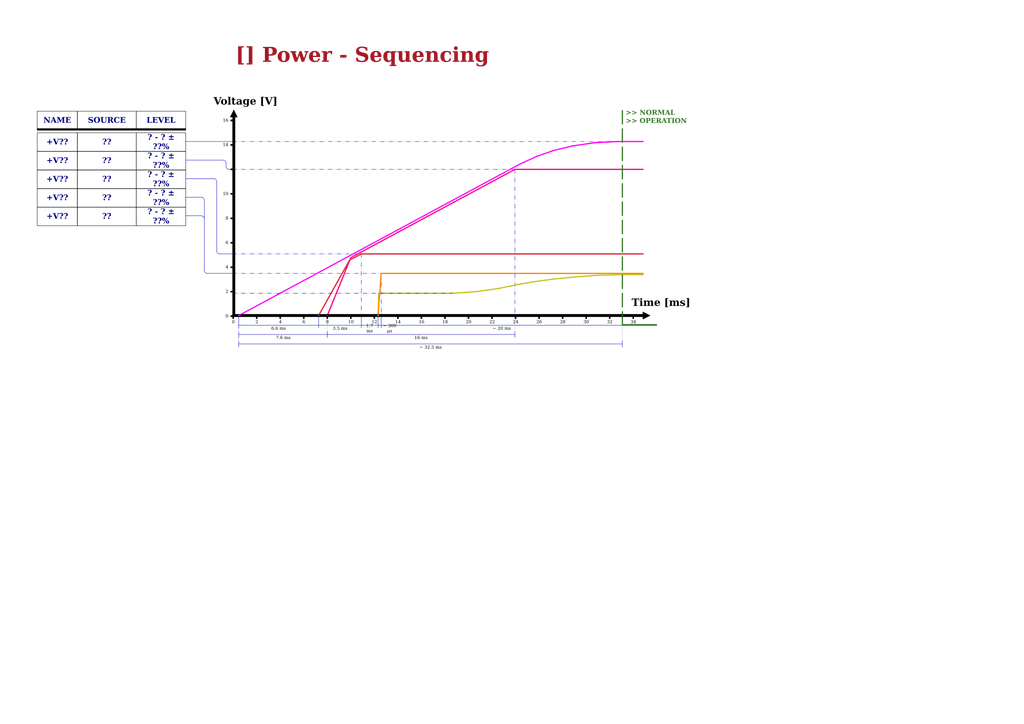
<source format=kicad_sch>
(kicad_sch
	(version 20250114)
	(generator "eeschema")
	(generator_version "9.0")
	(uuid "26e99a33-043b-499d-a26e-816ff79b487a")
	(paper "A3")
	(title_block
		(title "Power - Sequencing")
		(date "2025-01-12")
		(rev "${REVISION}")
		(company "${COMPANY}")
	)
	(lib_symbols)
	(rectangle
		(start 94.615 119.38)
		(end 96.139 119.888)
		(stroke
			(width 0)
			(type default)
			(color 0 0 0 1)
		)
		(fill
			(type color)
			(color 0 0 0 1)
		)
		(uuid 01c9fd1d-d2cd-474e-a2f2-7336d2eb5438)
	)
	(rectangle
		(start 114.681 129.159)
		(end 115.189 130.683)
		(stroke
			(width 0)
			(type default)
			(color 0 0 0 1)
		)
		(fill
			(type color)
			(color 0 0 0 1)
		)
		(uuid 085660ca-3a67-46bf-85b0-bb74abf891e3)
	)
	(rectangle
		(start 191.897 129.159)
		(end 192.405 130.683)
		(stroke
			(width 0)
			(type default)
			(color 0 0 0 1)
		)
		(fill
			(type color)
			(color 0 0 0 1)
		)
		(uuid 09774e91-f9d0-4db9-9e0f-815490f4898d)
	)
	(arc
		(start 82.55 80.897)
		(mid 83.4487 81.2689)
		(end 83.82 82.167)
		(stroke
			(width 0)
			(type default)
		)
		(fill
			(type none)
		)
		(uuid 0c0f9f41-f41f-4d24-90e5-831fa1470dea)
	)
	(rectangle
		(start 249.809 129.159)
		(end 250.317 130.683)
		(stroke
			(width 0)
			(type default)
			(color 0 0 0 1)
		)
		(fill
			(type color)
			(color 0 0 0 1)
		)
		(uuid 1c1e908e-05f8-44d9-8561-32d60503f5fa)
	)
	(rectangle
		(start 220.853 129.159)
		(end 221.361 130.683)
		(stroke
			(width 0)
			(type default)
			(color 0 0 0 1)
		)
		(fill
			(type color)
			(color 0 0 0 1)
		)
		(uuid 205e879f-c514-4b78-8bf1-d45ed4980894)
	)
	(rectangle
		(start 94.615 79.248)
		(end 96.139 79.756)
		(stroke
			(width 0)
			(type default)
			(color 0 0 0 1)
		)
		(fill
			(type color)
			(color 0 0 0 1)
		)
		(uuid 23111c0a-8311-4e0b-b6b5-bb05b9cd3eab)
	)
	(rectangle
		(start 201.549 129.159)
		(end 202.057 130.683)
		(stroke
			(width 0)
			(type default)
			(color 0 0 0 1)
		)
		(fill
			(type color)
			(color 0 0 0 1)
		)
		(uuid 3b7d974c-37a0-442f-9733-47c591f05f53)
	)
	(arc
		(start 91.44 65.659)
		(mid 92.338 66.031)
		(end 92.71 66.929)
		(stroke
			(width 0)
			(type default)
		)
		(fill
			(type none)
		)
		(uuid 3c5d6acd-d97b-4c05-80b5-9742f3e3b5f0)
	)
	(rectangle
		(start 95.377 129.159)
		(end 95.885 130.683)
		(stroke
			(width 0)
			(type default)
			(color 0 0 0 1)
		)
		(fill
			(type color)
			(color 0 0 0 1)
		)
		(uuid 3dd077b4-ca8f-47c2-bee1-2e3802083be7)
	)
	(rectangle
		(start 133.985 129.159)
		(end 134.493 130.683)
		(stroke
			(width 0)
			(type default)
			(color 0 0 0 1)
		)
		(fill
			(type color)
			(color 0 0 0 1)
		)
		(uuid 3e62ef00-0c8e-41fa-b2f3-08de867fa54f)
	)
	(rectangle
		(start 94.615 69.215)
		(end 96.139 69.723)
		(stroke
			(width 0)
			(type default)
			(color 0 0 0 1)
		)
		(fill
			(type color)
			(color 0 0 0 1)
		)
		(uuid 421293c6-3cf3-494b-b1c5-7fc458134e79)
	)
	(rectangle
		(start 15.24 52.705)
		(end 76.2 53.467)
		(stroke
			(width 0)
			(type default)
			(color 0 0 0 1)
		)
		(fill
			(type color)
			(color 0 0 0 1)
		)
		(uuid 42271fe1-5842-414e-a310-4925dcee0008)
	)
	(rectangle
		(start 94.615 89.281)
		(end 96.139 89.789)
		(stroke
			(width 0)
			(type default)
			(color 0 0 0 1)
		)
		(fill
			(type color)
			(color 0 0 0 1)
		)
		(uuid 469c46ff-b6e8-4790-b52f-1ed9a2bdd1f8)
	)
	(rectangle
		(start 162.941 129.159)
		(end 163.449 130.683)
		(stroke
			(width 0)
			(type default)
			(color 0 0 0 1)
		)
		(fill
			(type color)
			(color 0 0 0 1)
		)
		(uuid 56c4474d-0301-4408-974f-0518f1baa953)
	)
	(rectangle
		(start 143.637 129.159)
		(end 144.145 130.683)
		(stroke
			(width 0)
			(type default)
			(color 0 0 0 1)
		)
		(fill
			(type color)
			(color 0 0 0 1)
		)
		(uuid 5eee5b1a-6c26-4234-8466-170b3f779aa3)
	)
	(rectangle
		(start 95.377 128.905)
		(end 263.779 129.921)
		(stroke
			(width 0)
			(type default)
			(color 0 0 0 1)
		)
		(fill
			(type color)
			(color 0 0 0 1)
		)
		(uuid 6d8a1105-6737-4a0b-9f5f-040b945eed17)
	)
	(arc
		(start 90.17 104.141)
		(mid 89.2716 103.7691)
		(end 88.9 102.871)
		(stroke
			(width 0)
			(type default)
		)
		(fill
			(type none)
		)
		(uuid 7b2230f0-ce99-43e9-84a4-a791101d7b85)
	)
	(rectangle
		(start 94.615 99.314)
		(end 96.139 99.822)
		(stroke
			(width 0)
			(type default)
			(color 0 0 0 1)
		)
		(fill
			(type color)
			(color 0 0 0 1)
		)
		(uuid 7f8be5cb-90a9-46c5-97db-3d1d78b2f341)
	)
	(rectangle
		(start 94.615 109.347)
		(end 96.139 109.855)
		(stroke
			(width 0)
			(type default)
			(color 0 0 0 1)
		)
		(fill
			(type color)
			(color 0 0 0 1)
		)
		(uuid 7fdcc2de-fa58-4066-9ff8-f7d6046e1167)
	)
	(rectangle
		(start 259.461 129.159)
		(end 259.969 130.683)
		(stroke
			(width 0)
			(type default)
			(color 0 0 0 1)
		)
		(fill
			(type color)
			(color 0 0 0 1)
		)
		(uuid 842b39c1-4ee6-4238-8b46-e785731d06f1)
	)
	(rectangle
		(start 105.029 129.159)
		(end 105.537 130.683)
		(stroke
			(width 0)
			(type default)
			(color 0 0 0 1)
		)
		(fill
			(type color)
			(color 0 0 0 1)
		)
		(uuid 960a89ab-5167-4e3c-95c8-b3e891644096)
	)
	(rectangle
		(start 240.157 129.159)
		(end 240.665 130.683)
		(stroke
			(width 0)
			(type default)
			(color 0 0 0 1)
		)
		(fill
			(type color)
			(color 0 0 0 1)
		)
		(uuid 96e56ef9-debd-4418-8330-7dca10cdbbe7)
	)
	(rectangle
		(start 95.377 47.371)
		(end 96.393 129.921)
		(stroke
			(width 0)
			(type default)
			(color 0 0 0 1)
		)
		(fill
			(type color)
			(color 0 0 0 1)
		)
		(uuid 996b6b38-3a4b-457c-8281-2dd4304c7e91)
	)
	(arc
		(start 82.55 88.516)
		(mid 83.4491 88.8878)
		(end 83.82 89.786)
		(stroke
			(width 0)
			(type default)
		)
		(fill
			(type none)
		)
		(uuid 9ad9af7d-f870-4f4d-b863-a3cb88d12708)
	)
	(rectangle
		(start 211.201 129.159)
		(end 211.709 130.683)
		(stroke
			(width 0)
			(type default)
			(color 0 0 0 1)
		)
		(fill
			(type color)
			(color 0 0 0 1)
		)
		(uuid 9bd636ad-96b2-4037-90f6-ad48772c0413)
	)
	(rectangle
		(start 230.505 129.159)
		(end 231.013 130.683)
		(stroke
			(width 0)
			(type default)
			(color 0 0 0 1)
		)
		(fill
			(type color)
			(color 0 0 0 1)
		)
		(uuid ab3483ad-9beb-416f-a41c-b3b1b7dc1850)
	)
	(rectangle
		(start 94.615 49.149)
		(end 96.139 49.657)
		(stroke
			(width 0)
			(type default)
			(color 0 0 0 1)
		)
		(fill
			(type color)
			(color 0 0 0 1)
		)
		(uuid b0c9fcec-fe45-4575-885f-193ce09a72d8)
	)
	(rectangle
		(start 172.593 129.159)
		(end 173.101 130.683)
		(stroke
			(width 0)
			(type default)
			(color 0 0 0 1)
		)
		(fill
			(type color)
			(color 0 0 0 1)
		)
		(uuid bacf2a60-ebce-4900-a491-53d1d841d529)
	)
	(rectangle
		(start 124.333 129.159)
		(end 124.841 130.683)
		(stroke
			(width 0)
			(type default)
			(color 0 0 0 1)
		)
		(fill
			(type color)
			(color 0 0 0 1)
		)
		(uuid c0e4d47a-808d-44d6-ac4a-0f050619e78d)
	)
	(arc
		(start 93.98 69.47)
		(mid 93.0816 69.0981)
		(end 92.71 68.2)
		(stroke
			(width 0)
			(type default)
		)
		(fill
			(type none)
		)
		(uuid c23b0f3d-e1fb-4eb1-9484-38fb02d60c76)
	)
	(rectangle
		(start 255.27 133.0198)
		(end 269.367 133.5278)
		(stroke
			(width 0)
			(type default)
			(color 53 123 38 1)
		)
		(fill
			(type color)
			(color 53 123 38 1)
		)
		(uuid cd333f61-3a84-425e-9405-6c9441d11e74)
	)
	(arc
		(start 87.63 73.278)
		(mid 88.5284 73.6499)
		(end 88.9 74.548)
		(stroke
			(width 0)
			(type default)
		)
		(fill
			(type none)
		)
		(uuid d7c738e5-3058-4b9a-a958-4d502446d8e3)
	)
	(rectangle
		(start 94.615 59.182)
		(end 96.139 59.69)
		(stroke
			(width 0)
			(type default)
			(color 0 0 0 1)
		)
		(fill
			(type color)
			(color 0 0 0 1)
		)
		(uuid d880b30a-ae22-4b99-94cc-3cc9c533e8e9)
	)
	(rectangle
		(start 182.245 129.159)
		(end 182.753 130.683)
		(stroke
			(width 0)
			(type default)
			(color 0 0 0 1)
		)
		(fill
			(type color)
			(color 0 0 0 1)
		)
		(uuid f32b3655-beae-4c32-8ac8-4acf2e080e86)
	)
	(rectangle
		(start 153.289 129.159)
		(end 153.797 130.683)
		(stroke
			(width 0)
			(type default)
			(color 0 0 0 1)
		)
		(fill
			(type color)
			(color 0 0 0 1)
		)
		(uuid f8dd6608-6fed-4399-a2fa-9a4460646543)
	)
	(arc
		(start 85.09 112.144)
		(mid 84.1909 111.7722)
		(end 83.82 110.874)
		(stroke
			(width 0)
			(type default)
		)
		(fill
			(type none)
		)
		(uuid fa9c855a-c6c8-4a57-823f-c3bb6c2a3ab3)
	)
	(rectangle
		(start 94.615 129.413)
		(end 96.139 129.921)
		(stroke
			(width 0)
			(type default)
			(color 0 0 0 1)
		)
		(fill
			(type color)
			(color 0 0 0 1)
		)
		(uuid fbce5f74-e6dc-4caf-95b1-d2e389cbff45)
	)
	(text "Voltage [V]"
		(exclude_from_sim no)
		(at 87.6046 44.4246 0)
		(effects
			(font
				(face "Times New Roman")
				(size 3 3)
				(thickness 0.4)
				(bold yes)
				(color 0 0 0 1)
			)
			(justify left bottom)
		)
		(uuid "175b8f18-81ff-4b8b-bacc-429ebcefd377")
	)
	(text ">> NORMAL \n>> OPERATION"
		(exclude_from_sim no)
		(at 256.667 51.562 0)
		(effects
			(font
				(face "Times New Roman")
				(size 2 2)
				(thickness 0.4)
				(bold yes)
				(color 53 123 38 1)
			)
			(justify left bottom)
		)
		(uuid "b29326be-65a3-4fc5-9d14-850aa59ca2a1")
	)
	(text "Time [ms]"
		(exclude_from_sim no)
		(at 259.08 127 0)
		(effects
			(font
				(face "Times New Roman")
				(size 3 3)
				(thickness 0.4)
				(bold yes)
				(color 0 0 0 1)
			)
			(justify left bottom)
		)
		(uuid "be8ac8d4-7137-494d-bff2-23ac58b6a9ef")
	)
	(text_box "3.5 ms"
		(exclude_from_sim no)
		(at 130.6576 133.4516 0)
		(size 17.653 2.54)
		(margins 0.9524 0.9524 0.9524 0.9524)
		(stroke
			(width -0.0001)
			(type default)
		)
		(fill
			(type none)
		)
		(effects
			(font
				(face "Times New Roman")
				(size 1.27 1.27)
				(color 0 0 0 1)
			)
		)
		(uuid "057279ac-9604-4990-8e26-7bec51ceaf06")
	)
	(text_box "18"
		(exclude_from_sim no)
		(at 180.8226 130.7846 0)
		(size 3.429 2.54)
		(margins 0.9524 0.9524 0.9524 0.9524)
		(stroke
			(width -0.0001)
			(type default)
		)
		(fill
			(type none)
		)
		(effects
			(font
				(face "Times New Roman")
				(size 1.27 1.27)
				(color 0 0 0 1)
			)
		)
		(uuid "08241509-e60b-45e1-b1ab-84f794ba668b")
	)
	(text_box "24"
		(exclude_from_sim no)
		(at 209.7786 130.7846 0)
		(size 3.429 2.54)
		(margins 0.9524 0.9524 0.9524 0.9524)
		(stroke
			(width -0.0001)
			(type default)
		)
		(fill
			(type none)
		)
		(effects
			(font
				(face "Times New Roman")
				(size 1.27 1.27)
				(color 0 0 0 1)
			)
		)
		(uuid "09ad8a29-0526-43a2-bbd5-b6f200d8097b")
	)
	(text_box "8"
		(exclude_from_sim no)
		(at 132.5626 130.7846 0)
		(size 3.429 2.54)
		(margins 0.9524 0.9524 0.9524 0.9524)
		(stroke
			(width -0.0001)
			(type default)
		)
		(fill
			(type none)
		)
		(effects
			(font
				(face "Times New Roman")
				(size 1.27 1.27)
				(color 0 0 0 1)
			)
		)
		(uuid "0de4d20a-cc42-420d-81c0-b6c33e089acb")
	)
	(text_box "7.6 ms"
		(exclude_from_sim no)
		(at 98.0186 137.2616 0)
		(size 36.322 2.54)
		(margins 0.9524 0.9524 0.9524 0.9524)
		(stroke
			(width -0.0001)
			(type default)
		)
		(fill
			(type none)
		)
		(effects
			(font
				(face "Times New Roman")
				(size 1.27 1.27)
				(color 0 0 0 1)
			)
		)
		(uuid "1013f434-6a63-4228-8d39-5e75ca888b6f")
	)
	(text_box "? - ? ± ??%"
		(exclude_from_sim no)
		(at 55.88 84.963 0)
		(size 20.32 7.62)
		(margins 1.7145 1.7145 1.7145 1.7145)
		(stroke
			(width 0)
			(type default)
			(color 0 0 0 1)
		)
		(fill
			(type none)
		)
		(effects
			(font
				(face "Times New Roman")
				(size 2.286 2.286)
				(bold yes)
				(color 0 0 127 1)
			)
		)
		(uuid "168bea25-5ecd-4637-ad4e-9c2d6a44d991")
	)
	(text_box "16"
		(exclude_from_sim no)
		(at 87.757 48.133 0)
		(size 6.858 2.54)
		(margins 0.9524 0.9524 0.9524 0.9524)
		(stroke
			(width -0.0001)
			(type default)
		)
		(fill
			(type none)
		)
		(effects
			(font
				(face "Times New Roman")
				(size 1.27 1.27)
				(color 0 0 0 1)
			)
			(justify right)
		)
		(uuid "1acc95ba-1aa1-4082-b81d-95c58a7a5af8")
	)
	(text_box "28"
		(exclude_from_sim no)
		(at 229.0826 130.7846 0)
		(size 3.429 2.54)
		(margins 0.9524 0.9524 0.9524 0.9524)
		(stroke
			(width -0.0001)
			(type default)
		)
		(fill
			(type none)
		)
		(effects
			(font
				(face "Times New Roman")
				(size 1.27 1.27)
				(color 0 0 0 1)
			)
		)
		(uuid "1b5838a0-a4ae-4fb3-ae92-0f87f906c2fd")
	)
	(text_box "~ 300 μs"
		(exclude_from_sim no)
		(at 154.9146 133.4516 0)
		(size 9.779 2.54)
		(margins 0.9524 0.9524 0.9524 0.9524)
		(stroke
			(width -0.0001)
			(type default)
		)
		(fill
			(type none)
		)
		(effects
			(font
				(face "Times New Roman")
				(size 1.27 1.27)
				(color 0 0 0 1)
			)
		)
		(uuid "20bbe4a3-b3be-4f55-b2bf-0186c6f41602")
	)
	(text_box "10"
		(exclude_from_sim no)
		(at 142.2146 130.7846 0)
		(size 3.429 2.54)
		(margins 0.9524 0.9524 0.9524 0.9524)
		(stroke
			(width -0.0001)
			(type default)
		)
		(fill
			(type none)
		)
		(effects
			(font
				(face "Times New Roman")
				(size 1.27 1.27)
				(color 0 0 0 1)
			)
		)
		(uuid "233b215e-473b-40c1-8a9f-d71a58a647c1")
	)
	(text_box "1.7 ms"
		(exclude_from_sim no)
		(at 148.1836 133.4516 0)
		(size 6.858 2.54)
		(margins 0.9524 0.9524 0.9524 0.9524)
		(stroke
			(width -0.0001)
			(type default)
		)
		(fill
			(type none)
		)
		(effects
			(font
				(face "Times New Roman")
				(size 1.27 1.27)
				(color 0 0 0 1)
			)
		)
		(uuid "26c95559-cfb5-4481-9360-985eb89e9388")
	)
	(text_box "16 ms"
		(exclude_from_sim no)
		(at 134.2136 137.2616 0)
		(size 76.962 2.54)
		(margins 0.9524 0.9524 0.9524 0.9524)
		(stroke
			(width -0.0001)
			(type default)
		)
		(fill
			(type none)
		)
		(effects
			(font
				(face "Times New Roman")
				(size 1.27 1.27)
				(color 0 0 0 1)
			)
		)
		(uuid "288b5377-4e86-405e-bd20-a9e364c04dba")
	)
	(text_box "+V??"
		(exclude_from_sim no)
		(at 15.24 62.103 0)
		(size 16.51 7.62)
		(margins 1.7145 1.7145 1.7145 1.7145)
		(stroke
			(width 0)
			(type default)
			(color 0 0 0 1)
		)
		(fill
			(type none)
		)
		(effects
			(font
				(face "Times New Roman")
				(size 2.286 2.286)
				(bold yes)
				(color 0 0 127 1)
			)
		)
		(uuid "2d5ddbed-d046-46bd-afde-e8972921e7be")
	)
	(text_box "20"
		(exclude_from_sim no)
		(at 190.4746 130.7846 0)
		(size 3.429 2.54)
		(margins 0.9524 0.9524 0.9524 0.9524)
		(stroke
			(width -0.0001)
			(type default)
		)
		(fill
			(type none)
		)
		(effects
			(font
				(face "Times New Roman")
				(size 1.27 1.27)
				(color 0 0 0 1)
			)
		)
		(uuid "2e2baf2b-607e-438c-8d19-d89e05695d71")
	)
	(text_box "4"
		(exclude_from_sim no)
		(at 87.7316 108.3056 0)
		(size 6.858 2.54)
		(margins 0.9524 0.9524 0.9524 0.9524)
		(stroke
			(width -0.0001)
			(type default)
		)
		(fill
			(type none)
		)
		(effects
			(font
				(face "Times New Roman")
				(size 1.27 1.27)
				(color 0 0 0 1)
			)
			(justify right)
		)
		(uuid "3010b19b-c99d-4b77-bf14-7f71b9f36a3e")
	)
	(text_box "??"
		(exclude_from_sim no)
		(at 31.75 84.963 0)
		(size 24.13 7.62)
		(margins 1.7145 1.7145 1.7145 1.7145)
		(stroke
			(width 0)
			(type default)
			(color 0 0 0 1)
		)
		(fill
			(type none)
		)
		(effects
			(font
				(face "Times New Roman")
				(size 2.286 2.286)
				(bold yes)
				(color 0 0 127 1)
			)
		)
		(uuid "34a00741-5aa3-425e-8d2f-36fe2780fcc3")
	)
	(text_box "??"
		(exclude_from_sim no)
		(at 31.75 62.103 0)
		(size 24.13 7.62)
		(margins 1.7145 1.7145 1.7145 1.7145)
		(stroke
			(width 0)
			(type default)
			(color 0 0 0 1)
		)
		(fill
			(type none)
		)
		(effects
			(font
				(face "Times New Roman")
				(size 2.286 2.286)
				(bold yes)
				(color 0 0 127 1)
			)
		)
		(uuid "362b01b6-9828-4b98-a400-4a3f9ece633a")
	)
	(text_box "32"
		(exclude_from_sim no)
		(at 248.3866 130.7846 0)
		(size 3.429 2.54)
		(margins 0.9524 0.9524 0.9524 0.9524)
		(stroke
			(width -0.0001)
			(type default)
		)
		(fill
			(type none)
		)
		(effects
			(font
				(face "Times New Roman")
				(size 1.27 1.27)
				(color 0 0 0 1)
			)
		)
		(uuid "3ab2035b-94f9-4133-b63d-2dbd7b4e6e49")
	)
	(text_box "LEVEL"
		(exclude_from_sim no)
		(at 55.88 45.593 0)
		(size 20.32 7.62)
		(margins 1.7145 1.7145 1.7145 1.7145)
		(stroke
			(width 0)
			(type default)
			(color 0 0 0 1)
		)
		(fill
			(type none)
		)
		(effects
			(font
				(face "Times New Roman")
				(size 2.286 2.286)
				(bold yes)
				(color 0 0 127 1)
			)
		)
		(uuid "3cd39124-5460-432f-a6e2-6e3d0cfdc884")
	)
	(text_box "NAME"
		(exclude_from_sim no)
		(at 15.24 45.593 0)
		(size 16.51 7.62)
		(margins 1.7145 1.7145 1.7145 1.7145)
		(stroke
			(width 0)
			(type default)
			(color 0 0 0 1)
		)
		(fill
			(type none)
		)
		(effects
			(font
				(face "Times New Roman")
				(size 2.286 2.286)
				(bold yes)
				(color 0 0 127 1)
			)
		)
		(uuid "45440644-b7a1-4eca-8e5e-a9c7c9e4e343")
	)
	(text_box "6"
		(exclude_from_sim no)
		(at 122.9106 130.7846 0)
		(size 3.429 2.54)
		(margins 0.9524 0.9524 0.9524 0.9524)
		(stroke
			(width -0.0001)
			(type default)
		)
		(fill
			(type none)
		)
		(effects
			(font
				(face "Times New Roman")
				(size 1.27 1.27)
				(color 0 0 0 1)
			)
		)
		(uuid "52a74200-5717-4af9-b5e4-1d404429f3c6")
	)
	(text_box "+V??"
		(exclude_from_sim no)
		(at 15.24 77.343 0)
		(size 16.51 7.62)
		(margins 1.7145 1.7145 1.7145 1.7145)
		(stroke
			(width 0)
			(type default)
			(color 0 0 0 1)
		)
		(fill
			(type none)
		)
		(effects
			(font
				(face "Times New Roman")
				(size 2.286 2.286)
				(bold yes)
				(color 0 0 127 1)
			)
		)
		(uuid "534d6816-56cd-46a1-b732-3f07b130a1e6")
	)
	(text_box "~ 20 ms"
		(exclude_from_sim no)
		(at 156.3116 133.4516 0)
		(size 98.933 2.54)
		(margins 0.9524 0.9524 0.9524 0.9524)
		(stroke
			(width -0.0001)
			(type default)
		)
		(fill
			(type none)
		)
		(effects
			(font
				(face "Times New Roman")
				(size 1.27 1.27)
				(color 0 0 0 1)
			)
		)
		(uuid "53d1cf93-77bb-4e07-8e05-b99e1e701b70")
	)
	(text_box "SOURCE"
		(exclude_from_sim no)
		(at 31.75 45.593 0)
		(size 24.13 7.62)
		(margins 1.7145 1.7145 1.7145 1.7145)
		(stroke
			(width 0)
			(type default)
			(color 0 0 0 1)
		)
		(fill
			(type none)
		)
		(effects
			(font
				(face "Times New Roman")
				(size 2.286 2.286)
				(bold yes)
				(color 0 0 127 1)
			)
		)
		(uuid "5615c045-76fe-436f-b1ee-f5af0d2c63c0")
	)
	(text_box "4"
		(exclude_from_sim no)
		(at 113.2586 130.7846 0)
		(size 3.429 2.54)
		(margins 0.9524 0.9524 0.9524 0.9524)
		(stroke
			(width -0.0001)
			(type default)
		)
		(fill
			(type none)
		)
		(effects
			(font
				(face "Times New Roman")
				(size 1.27 1.27)
				(color 0 0 0 1)
			)
		)
		(uuid "5caf4e82-2927-400a-acd0-821d25796651")
	)
	(text_box "8"
		(exclude_from_sim no)
		(at 87.7316 88.2396 0)
		(size 6.858 2.54)
		(margins 0.9524 0.9524 0.9524 0.9524)
		(stroke
			(width -0.0001)
			(type default)
		)
		(fill
			(type none)
		)
		(effects
			(font
				(face "Times New Roman")
				(size 1.27 1.27)
				(color 0 0 0 1)
			)
			(justify right)
		)
		(uuid "6505df1b-9fde-4bbe-a672-be1b9857afa1")
	)
	(text_box "26"
		(exclude_from_sim no)
		(at 219.4306 130.7846 0)
		(size 3.429 2.54)
		(margins 0.9524 0.9524 0.9524 0.9524)
		(stroke
			(width -0.0001)
			(type default)
		)
		(fill
			(type none)
		)
		(effects
			(font
				(face "Times New Roman")
				(size 1.27 1.27)
				(color 0 0 0 1)
			)
		)
		(uuid "66adcae9-49e5-4fb7-a5be-2d5aa2aa227e")
	)
	(text_box "2"
		(exclude_from_sim no)
		(at 103.6066 130.7846 0)
		(size 3.429 2.54)
		(margins 0.9524 0.9524 0.9524 0.9524)
		(stroke
			(width -0.0001)
			(type default)
		)
		(fill
			(type none)
		)
		(effects
			(font
				(face "Times New Roman")
				(size 1.27 1.27)
				(color 0 0 0 1)
			)
		)
		(uuid "67b43e82-5cc6-4c5f-857a-bae126f94920")
	)
	(text_box "▲"
		(exclude_from_sim no)
		(at 94.615 45.085 0)
		(size 2.54 2.54)
		(margins 2.2499 2.2499 2.2499 2.2499)
		(stroke
			(width -0.0001)
			(type default)
		)
		(fill
			(type none)
		)
		(effects
			(font
				(face "Times New Roman")
				(size 3 3)
				(color 0 0 0 1)
			)
		)
		(uuid "69d7b4c2-c118-4b95-bd3b-473104ff316a")
	)
	(text_box "+V??"
		(exclude_from_sim no)
		(at 15.24 69.723 0)
		(size 16.51 7.62)
		(margins 1.7145 1.7145 1.7145 1.7145)
		(stroke
			(width 0)
			(type default)
			(color 0 0 0 1)
		)
		(fill
			(type none)
		)
		(effects
			(font
				(face "Times New Roman")
				(size 2.286 2.286)
				(bold yes)
				(color 0 0 127 1)
			)
		)
		(uuid "7c5e60ac-aa6c-44e8-8493-c0a9e5ff3009")
	)
	(text_box "14"
		(exclude_from_sim no)
		(at 161.5186 130.7846 0)
		(size 3.429 2.54)
		(margins 0.9524 0.9524 0.9524 0.9524)
		(stroke
			(width -0.0001)
			(type default)
		)
		(fill
			(type none)
		)
		(effects
			(font
				(face "Times New Roman")
				(size 1.27 1.27)
				(color 0 0 0 1)
			)
		)
		(uuid "7df7bfab-9129-461d-bdb7-48b4c71332fd")
	)
	(text_box "14"
		(exclude_from_sim no)
		(at 87.7316 58.1406 0)
		(size 6.858 2.54)
		(margins 0.9524 0.9524 0.9524 0.9524)
		(stroke
			(width -0.0001)
			(type default)
		)
		(fill
			(type none)
		)
		(effects
			(font
				(face "Times New Roman")
				(size 1.27 1.27)
				(color 0 0 0 1)
			)
			(justify right)
		)
		(uuid "7e86fc43-dc59-4681-818f-cb7ab0a72f3e")
	)
	(text_box "22"
		(exclude_from_sim no)
		(at 200.1266 130.7846 0)
		(size 3.429 2.54)
		(margins 0.9524 0.9524 0.9524 0.9524)
		(stroke
			(width -0.0001)
			(type default)
		)
		(fill
			(type none)
		)
		(effects
			(font
				(face "Times New Roman")
				(size 1.27 1.27)
				(color 0 0 0 1)
			)
		)
		(uuid "7f3e65a9-aab7-4e42-9498-fca7b427e5fc")
	)
	(text_box "[${#}] ${TITLE}"
		(exclude_from_sim no)
		(at 80.01 16.51 0)
		(size 137.16 12.7)
		(margins 4.4999 4.4999 4.4999 4.4999)
		(stroke
			(width -0.0001)
			(type default)
		)
		(fill
			(type none)
		)
		(effects
			(font
				(face "Times New Roman")
				(size 6 6)
				(thickness 1.2)
				(bold yes)
				(color 162 22 34 1)
			)
		)
		(uuid "80f76b8d-52cb-49fe-9647-9cd8137cf5f3")
	)
	(text_box "??"
		(exclude_from_sim no)
		(at 31.75 77.343 0)
		(size 24.13 7.62)
		(margins 1.7145 1.7145 1.7145 1.7145)
		(stroke
			(width 0)
			(type default)
			(color 0 0 0 1)
		)
		(fill
			(type none)
		)
		(effects
			(font
				(face "Times New Roman")
				(size 2.286 2.286)
				(bold yes)
				(color 0 0 127 1)
			)
		)
		(uuid "8966b19a-d616-412b-9b47-a52574bb7ce5")
	)
	(text_box "2"
		(exclude_from_sim no)
		(at 87.7316 118.3386 0)
		(size 6.858 2.54)
		(margins 0.9524 0.9524 0.9524 0.9524)
		(stroke
			(width -0.0001)
			(type default)
		)
		(fill
			(type none)
		)
		(effects
			(font
				(face "Times New Roman")
				(size 1.27 1.27)
				(color 0 0 0 1)
			)
			(justify right)
		)
		(uuid "8a474ee7-94fa-4ccc-b38a-f2fbfc4e735c")
	)
	(text_box "34"
		(exclude_from_sim no)
		(at 258.0386 130.7846 0)
		(size 3.429 2.54)
		(margins 0.9524 0.9524 0.9524 0.9524)
		(stroke
			(width -0.0001)
			(type default)
		)
		(fill
			(type none)
		)
		(effects
			(font
				(face "Times New Roman")
				(size 1.27 1.27)
				(color 0 0 0 1)
			)
		)
		(uuid "8dcf82bc-98be-4b97-af1b-f866a586ff9f")
	)
	(text_box "12"
		(exclude_from_sim no)
		(at 151.8666 130.7846 0)
		(size 3.429 2.54)
		(margins 0.9524 0.9524 0.9524 0.9524)
		(stroke
			(width -0.0001)
			(type default)
		)
		(fill
			(type none)
		)
		(effects
			(font
				(face "Times New Roman")
				(size 1.27 1.27)
				(color 0 0 0 1)
			)
		)
		(uuid "9334e207-a5ef-405d-9255-7532e4d805ec")
	)
	(text_box "??"
		(exclude_from_sim no)
		(at 31.75 69.723 0)
		(size 24.13 7.62)
		(margins 1.7145 1.7145 1.7145 1.7145)
		(stroke
			(width 0)
			(type default)
			(color 0 0 0 1)
		)
		(fill
			(type none)
		)
		(effects
			(font
				(face "Times New Roman")
				(size 2.286 2.286)
				(bold yes)
				(color 0 0 127 1)
			)
		)
		(uuid "96162dac-db58-49af-bc56-c797681d3382")
	)
	(text_box "0"
		(exclude_from_sim no)
		(at 93.98 130.81 0)
		(size 3.429 2.54)
		(margins 0.9524 0.9524 0.9524 0.9524)
		(stroke
			(width -0.0001)
			(type default)
		)
		(fill
			(type none)
		)
		(effects
			(font
				(face "Times New Roman")
				(size 1.27 1.27)
				(color 0 0 0 1)
			)
		)
		(uuid "9dba9cf1-c429-45db-bb2a-868858aa5986")
	)
	(text_box "??"
		(exclude_from_sim no)
		(at 31.75 54.483 0)
		(size 24.13 7.62)
		(margins 1.7145 1.7145 1.7145 1.7145)
		(stroke
			(width 0)
			(type default)
			(color 0 0 0 1)
		)
		(fill
			(type none)
		)
		(effects
			(font
				(face "Times New Roman")
				(size 2.286 2.286)
				(bold yes)
				(color 0 0 127 1)
			)
		)
		(uuid "a5a86ae4-3ea7-4429-8374-6853dbf3865c")
	)
	(text_box "? - ? ± ??%"
		(exclude_from_sim no)
		(at 55.88 69.723 0)
		(size 20.32 7.62)
		(margins 1.7145 1.7145 1.7145 1.7145)
		(stroke
			(width 0)
			(type default)
			(color 0 0 0 1)
		)
		(fill
			(type none)
		)
		(effects
			(font
				(face "Times New Roman")
				(size 2.286 2.286)
				(bold yes)
				(color 0 0 127 1)
			)
		)
		(uuid "aaf3a0b7-a131-4476-bccc-dd7373144909")
	)
	(text_box "? - ? ± ??%"
		(exclude_from_sim no)
		(at 55.88 77.343 0)
		(size 20.32 7.62)
		(margins 1.7145 1.7145 1.7145 1.7145)
		(stroke
			(width 0)
			(type default)
			(color 0 0 0 1)
		)
		(fill
			(type none)
		)
		(effects
			(font
				(face "Times New Roman")
				(size 2.286 2.286)
				(bold yes)
				(color 0 0 127 1)
			)
		)
		(uuid "ad3a5f07-5d67-4bdd-85a5-3e529605405c")
	)
	(text_box "+V??"
		(exclude_from_sim no)
		(at 15.24 84.963 0)
		(size 16.51 7.62)
		(margins 1.7145 1.7145 1.7145 1.7145)
		(stroke
			(width 0)
			(type default)
			(color 0 0 0 1)
		)
		(fill
			(type none)
		)
		(effects
			(font
				(face "Times New Roman")
				(size 2.286 2.286)
				(bold yes)
				(color 0 0 127 1)
			)
		)
		(uuid "b149cc82-24c2-4523-8290-e7d9f9f6c81a")
	)
	(text_box "+V??"
		(exclude_from_sim no)
		(at 15.24 54.483 0)
		(size 16.51 7.62)
		(margins 1.7145 1.7145 1.7145 1.7145)
		(stroke
			(width 0)
			(type default)
			(color 0 0 0 1)
		)
		(fill
			(type none)
		)
		(effects
			(font
				(face "Times New Roman")
				(size 2.286 2.286)
				(bold yes)
				(color 0 0 127 1)
			)
		)
		(uuid "b711fedc-ef03-4d2a-8b96-b7d593e5186d")
	)
	(text_box "6"
		(exclude_from_sim no)
		(at 87.7316 98.2726 0)
		(size 6.858 2.54)
		(margins 0.9524 0.9524 0.9524 0.9524)
		(stroke
			(width -0.0001)
			(type default)
		)
		(fill
			(type none)
		)
		(effects
			(font
				(face "Times New Roman")
				(size 1.27 1.27)
				(color 0 0 0 1)
			)
			(justify right)
		)
		(uuid "bce17a48-7e59-488b-9a33-1522b6d97175")
	)
	(text_box "6.6 ms"
		(exclude_from_sim no)
		(at 97.8916 133.4516 0)
		(size 32.766 2.54)
		(margins 0.9524 0.9524 0.9524 0.9524)
		(stroke
			(width -0.0001)
			(type default)
		)
		(fill
			(type none)
		)
		(effects
			(font
				(face "Times New Roman")
				(size 1.27 1.27)
				(color 0 0 0 1)
			)
		)
		(uuid "c588afea-31c7-4b80-a042-17fbbb6af658")
	)
	(text_box "0"
		(exclude_from_sim no)
		(at 87.757 128.397 0)
		(size 6.858 2.54)
		(margins 0.9524 0.9524 0.9524 0.9524)
		(stroke
			(width -0.0001)
			(type default)
		)
		(fill
			(type none)
		)
		(effects
			(font
				(face "Times New Roman")
				(size 1.27 1.27)
				(color 0 0 0 1)
			)
			(justify right)
		)
		(uuid "c5d537af-47e9-4471-8118-803a7ac0d798")
	)
	(text_box "16"
		(exclude_from_sim no)
		(at 171.1706 130.7846 0)
		(size 3.429 2.54)
		(margins 0.9524 0.9524 0.9524 0.9524)
		(stroke
			(width -0.0001)
			(type default)
		)
		(fill
			(type none)
		)
		(effects
			(font
				(face "Times New Roman")
				(size 1.27 1.27)
				(color 0 0 0 1)
			)
		)
		(uuid "d806bfa1-61ae-489a-a3e3-75683404cfdf")
	)
	(text_box "10"
		(exclude_from_sim no)
		(at 87.7316 78.2066 0)
		(size 6.858 2.54)
		(margins 0.9524 0.9524 0.9524 0.9524)
		(stroke
			(width -0.0001)
			(type default)
		)
		(fill
			(type none)
		)
		(effects
			(font
				(face "Times New Roman")
				(size 1.27 1.27)
				(color 0 0 0 1)
			)
			(justify right)
		)
		(uuid "d9f2b1e6-6de7-412a-a713-034e966e807b")
	)
	(text_box "~ 32.5 ms"
		(exclude_from_sim no)
		(at 97.8916 141.1986 0)
		(size 157.48 2.54)
		(margins 0.9524 0.9524 0.9524 0.9524)
		(stroke
			(width -0.0001)
			(type default)
		)
		(fill
			(type none)
		)
		(effects
			(font
				(face "Times New Roman")
				(size 1.27 1.27)
				(color 0 0 0 1)
			)
		)
		(uuid "de143e59-1a42-4ff5-b077-1a340a241706")
	)
	(text_box "? - ? ± ??%"
		(exclude_from_sim no)
		(at 55.88 62.103 0)
		(size 20.32 7.62)
		(margins 1.7145 1.7145 1.7145 1.7145)
		(stroke
			(width 0)
			(type default)
			(color 0 0 0 1)
		)
		(fill
			(type none)
		)
		(effects
			(font
				(face "Times New Roman")
				(size 2.286 2.286)
				(bold yes)
				(color 0 0 127 1)
			)
		)
		(uuid "ec9210d4-6e0f-4762-a0b5-d02955ee194f")
	)
	(text_box "▼"
		(exclude_from_sim no)
		(at 263.779 128.143 90)
		(size 2.54 2.54)
		(margins 2.2499 2.2499 2.2499 2.2499)
		(stroke
			(width -0.0001)
			(type default)
		)
		(fill
			(type none)
		)
		(effects
			(font
				(face "Times New Roman")
				(size 3 3)
				(color 0 0 0 1)
			)
		)
		(uuid "f0832906-c8ce-4838-9631-bdf5b87a8ba3")
	)
	(text_box "30"
		(exclude_from_sim no)
		(at 238.7346 130.7846 0)
		(size 3.429 2.54)
		(margins 0.9524 0.9524 0.9524 0.9524)
		(stroke
			(width -0.0001)
			(type default)
		)
		(fill
			(type none)
		)
		(effects
			(font
				(face "Times New Roman")
				(size 1.27 1.27)
				(color 0 0 0 1)
			)
		)
		(uuid "f741b4d6-7a0b-439e-b8a6-601ff596837c")
	)
	(text_box "? - ? ± ??%"
		(exclude_from_sim no)
		(at 55.88 54.483 0)
		(size 20.32 7.62)
		(margins 1.7145 1.7145 1.7145 1.7145)
		(stroke
			(width 0)
			(type default)
			(color 0 0 0 1)
		)
		(fill
			(type none)
		)
		(effects
			(font
				(face "Times New Roman")
				(size 2.286 2.286)
				(bold yes)
				(color 0 0 127 1)
			)
		)
		(uuid "fd7c37db-37b1-4de2-af4f-510edac4065f")
	)
	(polyline
		(pts
			(xy 155.067 129.413) (xy 156.337 112.141)
		)
		(stroke
			(width 0.5)
			(type default)
			(color 252 134 0 1)
		)
		(uuid "04060073-e3f7-4746-a0ff-3e5a4d411deb")
	)
	(polyline
		(pts
			(xy 134.239 130.048) (xy 134.239 135.9154)
		)
		(stroke
			(width 0)
			(type dot)
		)
		(uuid "046cc92e-5593-4a98-a7fa-f4bb7914ed0d")
	)
	(polyline
		(pts
			(xy 97.9424 133.3754) (xy 130.683 133.3754)
		)
		(stroke
			(width 0)
			(type default)
		)
		(uuid "04dcb800-6295-4fe9-a90b-0487be7268f9")
	)
	(polyline
		(pts
			(xy 97.8916 134.5946) (xy 97.8916 135.8646)
		)
		(stroke
			(width 0)
			(type dot)
		)
		(uuid "064a21e4-52a8-4681-8aa8-5954e753f93b")
	)
	(polyline
		(pts
			(xy 156.337 112.141) (xy 263.779 112.141)
		)
		(stroke
			(width 0.5)
			(type default)
			(color 252 134 0 1)
		)
		(uuid "0cbd4671-7c23-4c0d-a5d5-a92bdb9a4d49")
	)
	(polyline
		(pts
			(xy 95.377 120.269) (xy 185.674 120.269)
		)
		(stroke
			(width 0)
			(type dash_dot_dot)
		)
		(uuid "15d7f7a6-f4cb-4960-8d35-e1c8fc617471")
	)
	(polyline
		(pts
			(xy 148.209 129.413) (xy 148.209 134.493)
		)
		(stroke
			(width 0)
			(type default)
		)
		(uuid "16b1635d-d94b-404c-9ba2-39136e8869cb")
	)
	(polyline
		(pts
			(xy 92.71 66.929) (xy 92.71 68.199)
		)
		(stroke
			(width 0)
			(type default)
		)
		(uuid "18958601-6dec-4ba5-a1a5-a7514534cbda")
	)
	(polyline
		(pts
			(xy 148.209 104.14) (xy 263.779 104.14)
		)
		(stroke
			(width 0.5)
			(type default)
			(color 218 36 44 1)
		)
		(uuid "1bc3e0b2-f1bd-4c65-9de9-401f09dad51c")
	)
	(polyline
		(pts
			(xy 220.091 64.135) (xy 227.457 61.595)
		)
		(stroke
			(width 0.5)
			(type default)
			(color 255 0 255 1)
		)
		(uuid "1cd97e7c-801d-419a-a510-43b5a762b207")
	)
	(polyline
		(pts
			(xy 82.55 88.519) (xy 76.2 88.519)
		)
		(stroke
			(width 0)
			(type default)
		)
		(uuid "1ed88917-e6ee-4df6-9216-8c2e0da78129")
	)
	(polyline
		(pts
			(xy 95.377 112.141) (xy 249.809 112.141)
		)
		(stroke
			(width 0)
			(type dash_dot_dot)
		)
		(uuid "1ff6572d-143c-4238-8f25-067e720bbbbf")
	)
	(polyline
		(pts
			(xy 93.98 69.469) (xy 95.377 69.469)
		)
		(stroke
			(width 0)
			(type default)
		)
		(uuid "29e09398-a3a9-4f57-bfdd-38d07564c58a")
	)
	(polyline
		(pts
			(xy 95.885 112.141) (xy 85.09 112.141)
		)
		(stroke
			(width 0)
			(type default)
		)
		(uuid "32a96fb3-77e5-46f5-a25a-4e98102aa427")
	)
	(polyline
		(pts
			(xy 255.143 112.649) (xy 263.779 112.649)
		)
		(stroke
			(width 0.5)
			(type default)
			(color 197 195 20 1)
		)
		(uuid "3a3d00c3-56ec-4d8a-a7d9-0397fa3a3e45")
	)
	(polyline
		(pts
			(xy 143.891 105.664) (xy 211.201 69.469)
		)
		(stroke
			(width 0.5)
			(type solid)
			(color 255 0 133 1)
		)
		(uuid "3d857eb2-5f91-48c0-9112-8afff14dfc65")
	)
	(polyline
		(pts
			(xy 204.851 118.237) (xy 212.217 116.713)
		)
		(stroke
			(width 0.5)
			(type default)
			(color 197 195 20 1)
		)
		(uuid "402e934a-8d83-49e6-8a3f-99b8ca899696")
	)
	(polyline
		(pts
			(xy 196.215 119.507) (xy 204.851 118.237)
		)
		(stroke
			(width 0.5)
			(type default)
			(color 197 195 20 1)
		)
		(uuid "4280c61a-45c8-4a7b-8270-a5d60633d130")
	)
	(polyline
		(pts
			(xy 95.377 58.039) (xy 76.2 58.039)
		)
		(stroke
			(width 0)
			(type default)
		)
		(uuid "4388f8f9-e0d2-46b2-97ec-882929091d71")
	)
	(polyline
		(pts
			(xy 211.201 69.469) (xy 263.779 69.469)
		)
		(stroke
			(width 0.5)
			(type solid)
			(color 255 0 133 1)
		)
		(uuid "44eaf96d-5e45-4a70-a3bf-1dd8afa456ac")
	)
	(polyline
		(pts
			(xy 134.239 129.413) (xy 143.891 105.664)
		)
		(stroke
			(width 0.5)
			(type solid)
			(color 255 0 133 1)
		)
		(uuid "4eef8a3c-2175-45b3-ab23-de0f873ffbfe")
	)
	(polyline
		(pts
			(xy 97.917 137.1854) (xy 134.239 137.1854)
		)
		(stroke
			(width 0)
			(type default)
		)
		(uuid "4f57c6b4-b978-45ec-9844-c8ad9e61aa5d")
	)
	(polyline
		(pts
			(xy 97.8916 135.9916) (xy 97.8916 138.5316)
		)
		(stroke
			(width 0)
			(type default)
		)
		(uuid "55a4f36a-a576-4c2f-b3c7-44cf763ad263")
	)
	(polyline
		(pts
			(xy 130.683 129.413) (xy 130.683 134.493)
		)
		(stroke
			(width 0)
			(type default)
		)
		(uuid "59f6b2a0-7e51-4de0-b4fd-7157bff9feb1")
	)
	(polyline
		(pts
			(xy 156.337 112.141) (xy 156.337 129.54)
		)
		(stroke
			(width 0)
			(type dash_dot_dot)
		)
		(uuid "64127ee9-5aac-46d5-8312-47d575f0bc14")
	)
	(polyline
		(pts
			(xy 134.239 137.1854) (xy 211.201 137.1854)
		)
		(stroke
			(width 0)
			(type default)
		)
		(uuid "64e18181-ba56-425e-a951-a39d036b182e")
	)
	(polyline
		(pts
			(xy 88.9 74.549) (xy 88.9 102.87)
		)
		(stroke
			(width 0)
			(type default)
		)
		(uuid "6950ddd5-2163-4e4d-a69b-1648827f1d4e")
	)
	(polyline
		(pts
			(xy 227.203 114.427) (xy 235.077 113.665)
		)
		(stroke
			(width 0.5)
			(type default)
			(color 197 195 20 1)
		)
		(uuid "6f701289-21a0-4afa-8a26-75437883b9cb")
	)
	(polyline
		(pts
			(xy 95.25 104.14) (xy 90.17 104.14)
		)
		(stroke
			(width 0)
			(type default)
		)
		(uuid "732b4e53-2cc0-4ac9-9dac-c9cc59cee60a")
	)
	(polyline
		(pts
			(xy 97.917 129.413) (xy 212.979 67.437)
		)
		(stroke
			(width 0.5)
			(type default)
			(color 255 0 255 1)
		)
		(uuid "75c0d4eb-680e-4236-8404-80039f2fb5c4")
	)
	(polyline
		(pts
			(xy 148.209 133.3754) (xy 156.337 133.3754)
		)
		(stroke
			(width 0)
			(type default)
		)
		(uuid "7a09a949-b4b2-4f5c-8ed7-541bb7ec8242")
	)
	(polyline
		(pts
			(xy 253.619 58.039) (xy 263.779 58.039)
		)
		(stroke
			(width 0.5)
			(type default)
			(color 255 0 255 1)
		)
		(uuid "7c9da14b-e301-4a66-ab5f-3de8a268a500")
	)
	(polyline
		(pts
			(xy 243.713 58.547) (xy 253.619 58.039)
		)
		(stroke
			(width 0.5)
			(type default)
			(color 255 0 255 1)
		)
		(uuid "7e4a6444-ec8a-42d3-b128-92a227d1bbb1")
	)
	(polyline
		(pts
			(xy 255.2446 139.8016) (xy 255.2446 142.3416)
		)
		(stroke
			(width 0)
			(type default)
		)
		(uuid "824156ed-8aad-4a35-b28e-d323269989cb")
	)
	(polyline
		(pts
			(xy 148.209 104.14) (xy 148.209 129.413)
		)
		(stroke
			(width 0)
			(type dash_dot_dot)
		)
		(uuid "83b6a3d6-ec25-4a6c-9af7-165178736be2")
	)
	(polyline
		(pts
			(xy 155.067 129.413) (xy 155.321 120.269)
		)
		(stroke
			(width 0.5)
			(type default)
			(color 197 195 20 1)
		)
		(uuid "8c9b1f94-ee83-40e1-ac4c-d0d3d4c40fd4")
	)
	(polyline
		(pts
			(xy 130.7338 133.3754) (xy 148.2598 133.3754)
		)
		(stroke
			(width 0)
			(type default)
		)
		(uuid "8e1b23d4-66f6-4ba2-87da-0e97cd9d658e")
	)
	(polyline
		(pts
			(xy 218.821 115.57) (xy 227.203 114.427)
		)
		(stroke
			(width 0.5)
			(type default)
			(color 197 195 20 1)
		)
		(uuid "9118ad58-9912-450d-b082-4e11db19b414")
	)
	(polyline
		(pts
			(xy 97.8916 129.3876) (xy 97.8916 134.5946)
		)
		(stroke
			(width 0)
			(type default)
		)
		(uuid "98a27ce4-9530-490a-9598-1b7219c1978c")
	)
	(polyline
		(pts
			(xy 186.309 120.269) (xy 196.215 119.507)
		)
		(stroke
			(width 0.5)
			(type default)
			(color 197 195 20 1)
		)
		(uuid "9a4cede9-4ef9-487c-96d7-44db94e0cc0a")
	)
	(polyline
		(pts
			(xy 83.82 82.169) (xy 83.82 110.871)
		)
		(stroke
			(width 0)
			(type default)
		)
		(uuid "9b393a09-50e4-494d-8031-bbbbaced5b06")
	)
	(polyline
		(pts
			(xy 227.457 61.595) (xy 235.077 59.817)
		)
		(stroke
			(width 0.5)
			(type default)
			(color 255 0 255 1)
		)
		(uuid "9e59442d-6890-4c04-af21-553df02642af")
	)
	(polyline
		(pts
			(xy 97.8916 138.5316) (xy 97.8916 139.8016)
		)
		(stroke
			(width 0)
			(type dot)
		)
		(uuid "a158a145-3fd3-45df-929d-eb5cc24ceb4a")
	)
	(polyline
		(pts
			(xy 95.377 58.039) (xy 261.239 58.039)
		)
		(stroke
			(width 0)
			(type dash_dot_dot)
		)
		(uuid "a298d0fc-a47f-419c-87b7-da6d9dffef47")
	)
	(polyline
		(pts
			(xy 155.321 120.269) (xy 186.309 120.269)
		)
		(stroke
			(width 0.5)
			(type default)
			(color 197 195 20 1)
		)
		(uuid "a560ffaa-9a21-4d44-a176-8e4e8fbec7b0")
	)
	(polyline
		(pts
			(xy 95.377 69.469) (xy 249.936 69.469)
		)
		(stroke
			(width 0)
			(type dash_dot_dot)
		)
		(uuid "b69a9f75-60f8-47b6-946e-464b81244be4")
	)
	(polyline
		(pts
			(xy 130.683 129.413) (xy 143.383 106.68)
		)
		(stroke
			(width 0.5)
			(type default)
			(color 218 36 44 1)
		)
		(uuid "b8177396-61fe-43b2-87eb-3c188308fb8c")
	)
	(polyline
		(pts
			(xy 211.201 69.469) (xy 211.201 129.413)
		)
		(stroke
			(width 0)
			(type dash_dot_dot)
		)
		(uuid "ba0e0e57-e2a2-4d76-95e5-f65f4748c5a4")
	)
	(polyline
		(pts
			(xy 97.8916 139.827) (xy 97.8916 142.3416)
		)
		(stroke
			(width 0)
			(type default)
		)
		(uuid "ba4853f8-e420-47ab-8250-bc2cf5d6f59d")
	)
	(polyline
		(pts
			(xy 255.2446 139.8016) (xy 255.2446 133.3246)
		)
		(stroke
			(width 0)
			(type dot)
		)
		(uuid "c1b58298-e82e-4386-ad61-b5cf2bf16fb6")
	)
	(polyline
		(pts
			(xy 91.44 65.659) (xy 76.2 65.659)
		)
		(stroke
			(width 0)
			(type default)
		)
		(uuid "c1d4c6d9-7f4b-40de-83c9-e555724cad71")
	)
	(polyline
		(pts
			(xy 95.377 104.14) (xy 249.809 104.14)
		)
		(stroke
			(width 0)
			(type dash_dot_dot)
		)
		(uuid "c28926c4-6444-4efc-8a98-12a4ac9eb80f")
	)
	(polyline
		(pts
			(xy 156.337 133.3754) (xy 255.2954 133.3754)
		)
		(stroke
			(width 0)
			(type default)
		)
		(uuid "c35beeb1-614a-40f2-a0d5-8295a3825a11")
	)
	(polyline
		(pts
			(xy 211.201 129.413) (xy 211.201 135.509)
		)
		(stroke
			(width 0)
			(type dot)
		)
		(uuid "c6f3a941-76c0-4c68-88f8-94b215297e35")
	)
	(polyline
		(pts
			(xy 211.201 135.9154) (xy 211.201 138.4554)
		)
		(stroke
			(width 0)
			(type default)
		)
		(uuid "cd5ffc00-2ce1-4a7c-b3d2-2cde3fe51dee")
	)
	(polyline
		(pts
			(xy 155.067 129.54) (xy 155.067 134.493)
		)
		(stroke
			(width 0)
			(type default)
		)
		(uuid "ceb42873-f2d5-4dc0-afb9-0aef6086d594")
	)
	(polyline
		(pts
			(xy 156.337 129.54) (xy 156.337 134.493)
		)
		(stroke
			(width 0)
			(type default)
		)
		(uuid "d0925e5d-b937-4361-8ff4-650f1e460ebf")
	)
	(polyline
		(pts
			(xy 76.2 73.279) (xy 87.63 73.279)
		)
		(stroke
			(width 0)
			(type default)
		)
		(uuid "d4b32b04-e775-48e2-b45c-391aca49d61d")
	)
	(polyline
		(pts
			(xy 97.8916 141.0716) (xy 255.2446 141.0716)
		)
		(stroke
			(width 0)
			(type default)
		)
		(uuid "df4d400e-cd57-40c5-80b7-955eec167790")
	)
	(polyline
		(pts
			(xy 255.27 133.35) (xy 255.27 45.339)
		)
		(stroke
			(width 0.5)
			(type dash)
			(color 53 123 38 1)
		)
		(uuid "e0585ef4-3cb5-4ca4-9291-ea6d4631b9df")
	)
	(polyline
		(pts
			(xy 244.729 112.903) (xy 255.143 112.649)
		)
		(stroke
			(width 0.5)
			(type default)
			(color 197 195 20 1)
		)
		(uuid "e3a6d83c-7fe1-4f59-b346-209f9b534df9")
	)
	(polyline
		(pts
			(xy 235.077 113.665) (xy 244.729 112.903)
		)
		(stroke
			(width 0.5)
			(type default)
			(color 197 195 20 1)
		)
		(uuid "e54b7c30-2392-4e52-9ba8-aa0aae3cb26e")
	)
	(polyline
		(pts
			(xy 134.239 135.9154) (xy 134.239 138.4554)
		)
		(stroke
			(width 0)
			(type default)
		)
		(uuid "e74fdd31-8d22-4f61-9d4e-3f6cfd0430c8")
	)
	(polyline
		(pts
			(xy 212.217 116.713) (xy 218.821 115.57)
		)
		(stroke
			(width 0.5)
			(type default)
			(color 197 195 20 1)
		)
		(uuid "e862e0b6-7246-4b91-b58e-fd92c4ba890f")
	)
	(polyline
		(pts
			(xy 143.383 106.68) (xy 148.209 104.14)
		)
		(stroke
			(width 0.5)
			(type default)
			(color 218 36 44 1)
		)
		(uuid "ea13e551-8e4a-4dcc-ba0b-5407e144a22d")
	)
	(polyline
		(pts
			(xy 212.979 67.437) (xy 220.091 64.135)
		)
		(stroke
			(width 0.5)
			(type default)
			(color 255 0 255 1)
		)
		(uuid "ebd69697-1f1b-4c95-905c-1c7c8409afbc")
	)
	(polyline
		(pts
			(xy 235.077 59.817) (xy 243.713 58.547)
		)
		(stroke
			(width 0.5)
			(type default)
			(color 255 0 255 1)
		)
		(uuid "f1ebfb76-e142-488c-88cf-b31fb01b5d8f")
	)
	(polyline
		(pts
			(xy 82.55 80.899) (xy 76.2 80.899)
		)
		(stroke
			(width 0)
			(type default)
		)
		(uuid "f90643b4-a30a-42fa-903d-6b9324bb08a3")
	)
)

</source>
